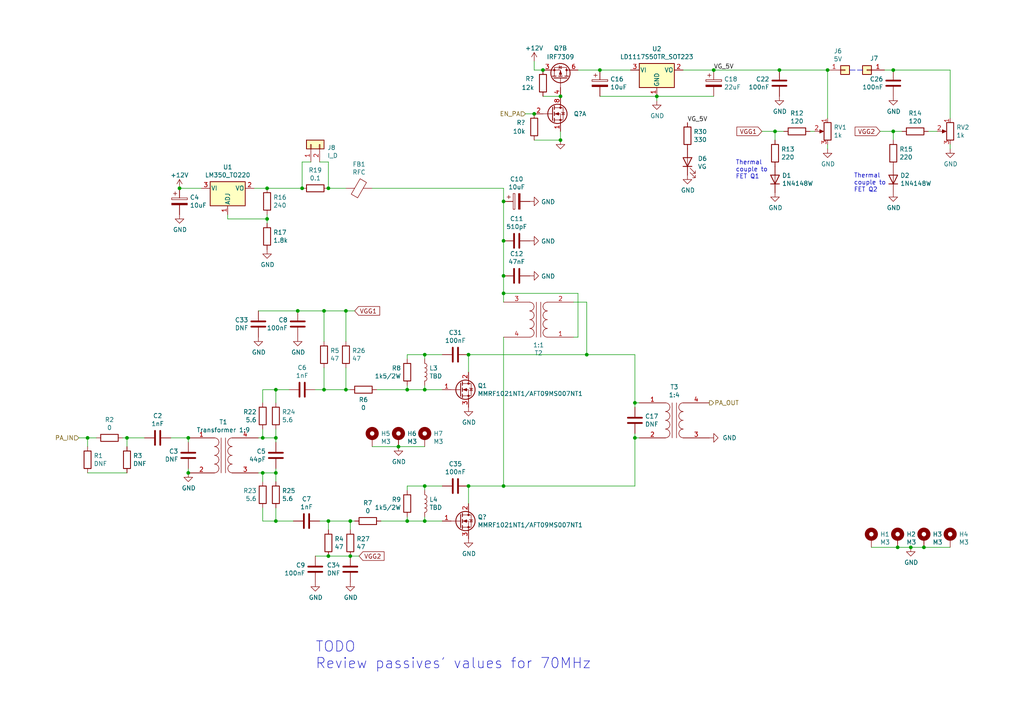
<source format=kicad_sch>
(kicad_sch (version 20211123) (generator eeschema)
  (paper "A4")
  (title_block (title "DART-70 TRX") (date "2023-01-22") (rev "0") (company "HB9EGM") (comment 1 "A 4m Band SSB/CW Transceiver"))
  (lib_symbols
    (symbol "AFT09MS007NT1-Pushpull-rescue:CP-Device" (pin_numbers hide) (pin_names (offset 0.254))
      (property "Reference" "C" (at 0.635 2.54 0))
      (property "Value" "CP-Device" (at 0.635 -2.54 0))
      (symbol "CP-Device_0_1"
        (rectangle (start -2.286 0.508) (end 2.286 1.016))
        (polyline (pts (xy -1.778 2.286) (xy -0.762 2.286)))
        (polyline (pts (xy -1.27 2.794) (xy -1.27 1.778)))
        (rectangle (start 2.286 -0.508) (end -2.286 -1.016) (fill (type outline)))
      )
      (symbol "CP-Device_1_1"
        (pin passive line (at 0 3.81 270) (length 2.794) (name "~") (number "1"))
        (pin passive line (at 0 -3.81 90) (length 2.794) (name "~") (number "2"))
      )
    )
    (symbol "AFT09MS007NT1-Pushpull-rescue:Ferrite_Bead-Device" (pin_numbers hide) (pin_names (offset 0))
      (property "Reference" "FB" (at -3.81 0.635 90))
      (property "Value" "Ferrite_Bead-Device" (at 3.81 0 90))
      (symbol "Ferrite_Bead-Device_0_1"
        (polyline (pts (xy 0 -1.27) (xy 0 -1.2192)))
        (polyline (pts (xy 0 1.27) (xy 0 1.2954)))
        (polyline (pts (xy -2.7686 0.4064) (xy -1.7018 2.2606) (xy 2.7686 -0.3048) (xy 1.6764 -2.159) (xy -2.7686 0.4064)))
      )
      (symbol "Ferrite_Bead-Device_1_1"
        (pin passive line (at 0 3.81 270) (length 2.54) (name "~") (number "1"))
        (pin passive line (at 0 -3.81 90) (length 2.54) (name "~") (number "2"))
      )
    )
    (symbol "AFT09MS007NT1-Pushpull-rescue:R_POT-Device" (pin_names (offset 1.016) hide)
      (property "Reference" "RV" (at -4.445 0 90))
      (property "Value" "R_POT-Device" (at -2.54 0 90))
      (symbol "R_POT-Device_0_1"
        (polyline (pts (xy 2.54 0) (xy 1.524 0)))
        (polyline (pts (xy 1.143 0) (xy 2.286 0.508) (xy 2.286 -0.508) (xy 1.143 0)) (fill (type outline)))
        (rectangle (start 1.016 2.54) (end -1.016 -2.54) (stroke (width 0.254)))
      )
      (symbol "R_POT-Device_1_1"
        (pin passive line (at 0 3.81 270) (length 1.27) (name "1") (number "1"))
        (pin passive line (at 3.81 0 180) (length 1.27) (name "2") (number "2"))
        (pin passive line (at 0 -3.81 90) (length 1.27) (name "3") (number "3"))
      )
    )
    (symbol "Connector_Generic:Conn_01x01" (pin_names (offset 1.016) hide)
      (property "Reference" "J" (at 0 2.54 0))
      (property "Value" "Conn_01x01" (at 0 -2.54 0))
      (symbol "Conn_01x01_1_1"
        (rectangle (start -1.27 0.127) (end 0 -0.127) (stroke (width 0.1524)))
        (rectangle (start -1.27 1.27) (end 1.27 -1.27) (stroke (width 0.254)) (fill (type background)))
        (pin passive line (at -5.08 0 0) (length 3.81) (name "Pin_1") (number "1"))
      )
    )
    (symbol "Connector_Generic:Conn_01x02" (pin_names (offset 1.016) hide)
      (property "Reference" "J" (at 0 2.54 0))
      (property "Value" "Conn_01x02" (at 0 -5.08 0))
      (symbol "Conn_01x02_1_1"
        (rectangle (start -1.27 -2.413) (end 0 -2.667) (stroke (width 0.1524)))
        (rectangle (start -1.27 0.127) (end 0 -0.127) (stroke (width 0.1524)))
        (rectangle (start -1.27 1.27) (end 1.27 -3.81) (stroke (width 0.254)) (fill (type background)))
        (pin passive line (at -5.08 0 0) (length 3.81) (name "Pin_1") (number "1"))
        (pin passive line (at -5.08 -2.54 0) (length 3.81) (name "Pin_2") (number "2"))
      )
    )
    (symbol "Device:C" (pin_numbers hide) (pin_names (offset 0.254))
      (property "Reference" "C" (at 0.635 2.54 0))
      (property "Value" "C" (at 0.635 -2.54 0))
      (symbol "C_0_1"
        (polyline (pts (xy -2.032 -0.762) (xy 2.032 -0.762)) (stroke (width 0.508)))
        (polyline (pts (xy -2.032 0.762) (xy 2.032 0.762)) (stroke (width 0.508)))
      )
      (symbol "C_1_1"
        (pin passive line (at 0 3.81 270) (length 2.794) (name "~") (number "1"))
        (pin passive line (at 0 -3.81 90) (length 2.794) (name "~") (number "2"))
      )
    )
    (symbol "Device:L" (pin_numbers hide) (pin_names (offset 1.016) hide)
      (property "Reference" "L" (at -1.27 0 90))
      (property "Value" "L" (at 1.905 0 90))
      (symbol "L_0_1"
        (arc (start 0 -2.54) (mid 0.635 -1.905) (end 0 -1.27))
        (arc (start 0 -1.27) (mid 0.635 -0.635) (end 0 0))
        (arc (start 0 0) (mid 0.635 0.635) (end 0 1.27))
        (arc (start 0 1.27) (mid 0.635 1.905) (end 0 2.54))
      )
      (symbol "L_1_1"
        (pin passive line (at 0 3.81 270) (length 1.27) (name "1") (number "1"))
        (pin passive line (at 0 -3.81 90) (length 1.27) (name "2") (number "2"))
      )
    )
    (symbol "Device:LED" (pin_numbers hide) (pin_names (offset 1.016) hide)
      (property "Reference" "D" (at 0 2.54 0))
      (property "Value" "LED" (at 0 -2.54 0))
      (symbol "LED_0_1"
        (polyline (pts (xy -1.27 -1.27) (xy -1.27 1.27)) (stroke (width 0.254)))
        (polyline (pts (xy -1.27 0) (xy 1.27 0)))
        (polyline (pts (xy 1.27 -1.27) (xy 1.27 1.27) (xy -1.27 0) (xy 1.27 -1.27)) (stroke (width 0.254)))
        (polyline (pts (xy -3.048 -0.762) (xy -4.572 -2.286) (xy -3.81 -2.286) (xy -4.572 -2.286) (xy -4.572 -1.524)))
        (polyline (pts (xy -1.778 -0.762) (xy -3.302 -2.286) (xy -2.54 -2.286) (xy -3.302 -2.286) (xy -3.302 -1.524)))
      )
      (symbol "LED_1_1"
        (pin passive line (at -3.81 0 0) (length 2.54) (name "K") (number "1"))
        (pin passive line (at 3.81 0 180) (length 2.54) (name "A") (number "2"))
      )
    )
    (symbol "Device:Q_NMOS_GDS" (pin_names (offset 0) hide)
      (property "Reference" "Q" (at 5.08 1.27 0))
      (property "Value" "Q_NMOS_GDS" (at 5.08 -1.27 0))
      (symbol "Q_NMOS_GDS_0_1"
        (polyline (pts (xy 0.254 0) (xy -2.54 0)))
        (polyline (pts (xy 0.254 1.905) (xy 0.254 -1.905)) (stroke (width 0.254)))
        (polyline (pts (xy 0.762 -1.27) (xy 0.762 -2.286)) (stroke (width 0.254)))
        (polyline (pts (xy 0.762 0.508) (xy 0.762 -0.508)) (stroke (width 0.254)))
        (polyline (pts (xy 0.762 2.286) (xy 0.762 1.27)) (stroke (width 0.254)))
        (polyline (pts (xy 2.54 2.54) (xy 2.54 1.778)))
        (polyline (pts (xy 2.54 -2.54) (xy 2.54 0) (xy 0.762 0)))
        (polyline (pts (xy 0.762 -1.778) (xy 3.302 -1.778) (xy 3.302 1.778) (xy 0.762 1.778)))
        (polyline (pts (xy 1.016 0) (xy 2.032 0.381) (xy 2.032 -0.381) (xy 1.016 0)) (fill (type outline)))
        (polyline (pts (xy 2.794 0.508) (xy 2.921 0.381) (xy 3.683 0.381) (xy 3.81 0.254)))
        (polyline (pts (xy 3.302 0.381) (xy 2.921 -0.254) (xy 3.683 -0.254) (xy 3.302 0.381)))
        (circle (center 1.651 0) (radius 2.794) (stroke (width 0.254)))
        (circle (center 2.54 -1.778) (radius 0.254) (fill (type outline)))
        (circle (center 2.54 1.778) (radius 0.254) (fill (type outline)))
      )
      (symbol "Q_NMOS_GDS_1_1"
        (pin input line (at -5.08 0 0) (length 2.54) (name "G") (number "1"))
        (pin passive line (at 2.54 5.08 270) (length 2.54) (name "D") (number "2"))
        (pin passive line (at 2.54 -5.08 90) (length 2.54) (name "S") (number "3"))
      )
    )
    (symbol "Device:R" (pin_numbers hide) (pin_names (offset 0))
      (property "Reference" "R" (at 2.032 0 90))
      (property "Value" "R" (at 0 0 90))
      (symbol "R_0_1"
        (rectangle (start -1.016 -2.54) (end 1.016 2.54) (stroke (width 0.254)))
      )
      (symbol "R_1_1"
        (pin passive line (at 0 3.81 270) (length 1.27) (name "~") (number "1"))
        (pin passive line (at 0 -3.81 90) (length 1.27) (name "~") (number "2"))
      )
    )
    (symbol "Device:Transformer_1P_1S" (pin_names (offset 1.016) hide)
      (property "Reference" "T" (at 0 6.35 0))
      (property "Value" "Transformer_1P_1S" (at 0 -7.62 0))
      (symbol "Transformer_1P_1S_0_1"
        (arc (start -2.54 -5.0546) (mid -1.6599 -4.6901) (end -1.27 -3.81))
        (arc (start -2.54 -2.5146) (mid -1.6599 -2.1501) (end -1.27 -1.27))
        (arc (start -2.54 0.0254) (mid -1.6599 0.3899) (end -1.27 1.27))
        (arc (start -2.54 2.5654) (mid -1.6599 2.9299) (end -1.27 3.81))
        (arc (start -1.27 -3.81) (mid -1.642 -2.912) (end -2.54 -2.54))
        (arc (start -1.27 -1.27) (mid -1.642 -0.372) (end -2.54 0))
        (arc (start -1.27 1.27) (mid -1.642 2.168) (end -2.54 2.54))
        (arc (start -1.27 3.81) (mid -1.642 4.708) (end -2.54 5.08))
        (polyline (pts (xy -0.635 5.08) (xy -0.635 -5.08)))
        (polyline (pts (xy 0.635 -5.08) (xy 0.635 5.08)))
        (arc (start 1.2954 -1.27) (mid 1.6599 -2.1501) (end 2.54 -2.5146))
        (arc (start 1.2954 1.27) (mid 1.6599 0.3899) (end 2.54 0.0254))
        (arc (start 1.2954 3.81) (mid 1.6599 2.9299) (end 2.54 2.5654))
        (arc (start 1.3208 -3.81) (mid 1.6853 -4.6901) (end 2.5654 -5.0546))
        (arc (start 2.54 0) (mid 1.642 -0.372) (end 1.2954 -1.27))
        (arc (start 2.54 2.54) (mid 1.642 2.168) (end 1.2954 1.27))
        (arc (start 2.54 5.08) (mid 1.642 4.708) (end 1.2954 3.81))
        (arc (start 2.5654 -2.54) (mid 1.6674 -2.912) (end 1.3208 -3.81))
      )
      (symbol "Transformer_1P_1S_1_1"
        (pin passive line (at -10.16 5.08 0) (length 7.62) (name "AA") (number "1"))
        (pin passive line (at -10.16 -5.08 0) (length 7.62) (name "AB") (number "2"))
        (pin passive line (at 10.16 -5.08 180) (length 7.62) (name "SA") (number "3"))
        (pin passive line (at 10.16 5.08 180) (length 7.62) (name "SB") (number "4"))
      )
    )
    (symbol "Diode:1N4148W" (pin_numbers hide) (pin_names hide)
      (property "Reference" "D" (at 0 2.54 0))
      (property "Value" "1N4148W" (at 0 -2.54 0))
      (symbol "1N4148W_0_1"
        (polyline (pts (xy -1.27 1.27) (xy -1.27 -1.27)) (stroke (width 0.254)))
        (polyline (pts (xy 1.27 0) (xy -1.27 0)))
        (polyline (pts (xy 1.27 1.27) (xy 1.27 -1.27) (xy -1.27 0) (xy 1.27 1.27)) (stroke (width 0.254)))
      )
      (symbol "1N4148W_1_1"
        (pin passive line (at -3.81 0 0) (length 2.54) (name "K") (number "1"))
        (pin passive line (at 3.81 0 180) (length 2.54) (name "A") (number "2"))
      )
    )
    (symbol "Mechanical:MountingHole_Pad" (pin_numbers hide) (pin_names (offset 1.016) hide)
      (property "Reference" "H" (at 0 6.35 0))
      (property "Value" "MountingHole_Pad" (at 0 4.445 0))
      (symbol "MountingHole_Pad_0_1"
        (circle (center 0 1.27) (radius 1.27) (stroke (width 1.27)))
      )
      (symbol "MountingHole_Pad_1_1"
        (pin input line (at 0 -2.54 90) (length 2.54) (name "1") (number "1"))
      )
    )
    (symbol "Regulator_Linear:LD1117S50TR_SOT223" (pin_names (offset 0.254))
      (property "Reference" "U" (at -3.81 3.175 0))
      (property "Value" "LD1117S50TR_SOT223" (at 0 3.175 0))
      (symbol "LD1117S50TR_SOT223_0_1"
        (rectangle (start -5.08 -5.08) (end 5.08 1.905) (stroke (width 0.254)) (fill (type background)))
      )
      (symbol "LD1117S50TR_SOT223_1_1"
        (pin power_in line (at 0 -7.62 90) (length 2.54) (name "GND") (number "1"))
        (pin power_out line (at 7.62 0 180) (length 2.54) (name "VO") (number "2"))
        (pin power_in line (at -7.62 0 0) (length 2.54) (name "VI") (number "3"))
      )
    )
    (symbol "Regulator_Linear:LM350_TO220" (pin_names (offset 0.254))
      (property "Reference" "U" (at -3.81 3.175 0))
      (property "Value" "LM350_TO220" (at 0 3.175 0))
      (symbol "LM350_TO220_0_1"
        (rectangle (start -5.08 1.905) (end 5.08 -5.08) (stroke (width 0.254)) (fill (type background)))
      )
      (symbol "LM350_TO220_1_1"
        (pin input line (at 0 -7.62 90) (length 2.54) (name "ADJ") (number "1"))
        (pin power_out line (at 7.62 0 180) (length 2.54) (name "VO") (number "2"))
        (pin power_in line (at -7.62 0 0) (length 2.54) (name "VI") (number "3"))
      )
    )
    (symbol "Transistor_FET:IRF7309IPBF" (pin_names hide)
      (property "Reference" "Q" (at 5.08 1.905 0))
      (property "Value" "IRF7309IPBF" (at 5.08 0 0))
      (symbol "IRF7309IPBF_0_1"
        (polyline (pts (xy 0.254 0) (xy -2.54 0)))
        (polyline (pts (xy 0.254 1.905) (xy 0.254 -1.905)) (stroke (width 0.254)))
        (polyline (pts (xy 0.762 -1.27) (xy 0.762 -2.286)) (stroke (width 0.254)))
        (polyline (pts (xy 0.762 0.508) (xy 0.762 -0.508)) (stroke (width 0.254)))
        (polyline (pts (xy 0.762 2.286) (xy 0.762 1.27)) (stroke (width 0.254)))
        (polyline (pts (xy 2.54 2.54) (xy 2.54 1.778)))
        (polyline (pts (xy 2.54 -2.54) (xy 2.54 0) (xy 0.762 0)))
        (polyline (pts (xy 0.762 -1.778) (xy 3.302 -1.778) (xy 3.302 1.778) (xy 0.762 1.778)))
        (circle (center 1.651 0) (radius 2.794) (stroke (width 0.254)))
        (circle (center 2.54 -1.778) (radius 0.254) (fill (type outline)))
        (circle (center 2.54 1.778) (radius 0.254) (fill (type outline)))
      )
      (symbol "IRF7309IPBF_1_1"
        (polyline (pts (xy 1.016 0) (xy 2.032 0.381) (xy 2.032 -0.381) (xy 1.016 0)) (fill (type outline)))
        (polyline (pts (xy 2.794 0.508) (xy 2.921 0.381) (xy 3.683 0.381) (xy 3.81 0.254)))
        (polyline (pts (xy 3.302 0.381) (xy 2.921 -0.254) (xy 3.683 -0.254) (xy 3.302 0.381)))
        (pin passive line (at 2.54 -5.08 90) (length 2.54) (name "S") (number "1"))
        (pin input line (at -5.08 0 0) (length 2.54) (name "G") (number "2"))
        (pin passive line (at 2.54 5.08 270) (length 2.54) hide (name "D") (number "7"))
        (pin passive line (at 2.54 5.08 270) (length 2.54) (name "D") (number "8"))
      )
      (symbol "IRF7309IPBF_2_1"
        (polyline (pts (xy 2.286 0) (xy 1.27 0.381) (xy 1.27 -0.381) (xy 2.286 0)) (fill (type outline)))
        (polyline (pts (xy 2.794 -0.508) (xy 2.921 -0.381) (xy 3.683 -0.381) (xy 3.81 -0.254)))
        (polyline (pts (xy 3.302 -0.381) (xy 2.921 0.254) (xy 3.683 0.254) (xy 3.302 -0.381)))
        (pin passive line (at 2.54 -5.08 90) (length 2.54) (name "1") (number "3"))
        (pin input line (at -5.08 0 0) (length 2.54) (name "G") (number "4"))
        (pin passive line (at 2.54 5.08 270) (length 2.54) hide (name "D") (number "5"))
        (pin passive line (at 2.54 5.08 270) (length 2.54) (name "D") (number "6"))
      )
    )
    (symbol "power:+12V" (power) (pin_names (offset 0))
      (property "Value" "+12V" (at 0 3.556 0))
      (symbol "+12V_0_1"
        (polyline (pts (xy -0.762 1.27) (xy 0 2.54)))
        (polyline (pts (xy 0 0) (xy 0 2.54)))
        (polyline (pts (xy 0 2.54) (xy 0.762 1.27)))
      )
      (symbol "+12V_1_1"
        (pin power_in line (at 0 0 90) (length 0) hide (name "+12V") (number "1"))
      )
    )
    (symbol "power:GND" (power) (pin_names (offset 0))
      (property "Value" "GND" (at 0 -3.81 0))
      (symbol "GND_0_1"
        (polyline (pts (xy 0 0) (xy 0 -1.27) (xy 1.27 -1.27) (xy 0 -2.54) (xy -1.27 -1.27) (xy 0 -1.27)))
      )
      (symbol "GND_1_1"
        (pin power_in line (at 0 0 270) (length 0) hide (name "GND") (number "1"))
      )
    )
    (symbol "power:GNDA" (power) (pin_names (offset 0))
      (property "Value" "GNDA" (at 0 -3.81 0))
      (symbol "GNDA_0_1"
        (polyline (pts (xy 0 0) (xy 0 -1.27) (xy 1.27 -1.27) (xy 0 -2.54) (xy -1.27 -1.27) (xy 0 -1.27)))
      )
      (symbol "GNDA_1_1"
        (pin power_in line (at 0 0 270) (length 0) hide (name "GNDA") (number "1"))
      )
    )
  )
  (junction (at 259.08 20.32))
  (junction (at 100.33 113.03))
  (junction (at 118.11 113.03))
  (junction (at 146.05 140.97))
  (junction (at 87.63 54.61))
  (junction (at 260.35 158.75))
  (junction (at 184.15 116.84))
  (junction (at 154.94 33.02))
  (junction (at 93.98 90.17))
  (junction (at 146.05 58.42))
  (junction (at 162.56 40.64))
  (junction (at 86.36 90.17))
  (junction (at 190.5 27.94))
  (junction (at 264.16 158.75))
  (junction (at 115.57 129.54))
  (junction (at 36.83 127))
  (junction (at 100.33 90.17))
  (junction (at 146.05 80.01))
  (junction (at 259.08 38.1))
  (junction (at 240.03 20.32))
  (junction (at 170.18 102.87))
  (junction (at 135.89 140.97))
  (junction (at 184.15 127))
  (junction (at 80.01 113.03))
  (junction (at 54.61 137.16))
  (junction (at 52.07 54.61))
  (junction (at 123.19 102.87))
  (junction (at 123.19 151.13))
  (junction (at 118.11 151.13))
  (junction (at 224.79 38.1))
  (junction (at 80.01 137.16))
  (junction (at 95.25 54.61))
  (junction (at 95.25 151.13))
  (junction (at 267.97 158.75))
  (junction (at 76.2 137.16))
  (junction (at 135.89 102.87))
  (junction (at 146.05 69.85))
  (junction (at 80.01 151.13))
  (junction (at 93.98 113.03))
  (junction (at 77.47 63.5))
  (junction (at 123.19 113.03))
  (junction (at 95.25 161.29))
  (junction (at 157.48 20.32))
  (junction (at 54.61 127))
  (junction (at 207.01 20.32))
  (junction (at 146.05 85.09))
  (junction (at 101.6 161.29))
  (junction (at 173.99 20.32))
  (junction (at 25.4 127))
  (junction (at 77.47 54.61))
  (junction (at 226.06 20.32))
  (junction (at 80.01 127))
  (junction (at 162.56 27.94))
  (junction (at 101.6 151.13))
  (junction (at 123.19 140.97))
  (junction (at 76.2 127))
  (wire (pts (xy 100.33 99.06) (xy 100.33 90.17)))
  (wire (pts (xy 93.98 113.03) (xy 93.98 106.68)))
  (wire (pts (xy 166.37 87.63) (xy 170.18 87.63)))
  (wire (pts (xy 80.01 124.46) (xy 80.01 127)))
  (wire (pts (xy 76.2 139.7) (xy 76.2 137.16)))
  (wire (pts (xy 101.6 151.13) (xy 95.25 151.13)))
  (wire (pts (xy 76.2 137.16) (xy 74.93 137.16)))
  (wire (pts (xy 80.01 139.7) (xy 80.01 137.16)))
  (wire (pts (xy 146.05 97.79) (xy 146.05 140.97)))
  (wire (pts (xy 123.19 140.97) (xy 118.11 140.97)))
  (wire (pts (xy 83.82 113.03) (xy 80.01 113.03)))
  (wire (pts (xy 259.08 38.1) (xy 261.62 38.1)))
  (wire (pts (xy 198.12 20.32) (xy 207.01 20.32)))
  (wire (pts (xy 135.89 140.97) (xy 146.05 140.97)))
  (wire (pts (xy 100.33 113.03) (xy 101.6 113.03)))
  (wire (pts (xy 146.05 54.61) (xy 146.05 58.42)))
  (wire (pts (xy 152.4 33.02) (xy 154.94 33.02)))
  (wire (pts (xy 275.59 34.29) (xy 275.59 20.32)))
  (wire (pts (xy 184.15 125.73) (xy 184.15 127)))
  (wire (pts (xy 123.19 113.03) (xy 128.27 113.03)))
  (wire (pts (xy 95.25 161.29) (xy 101.6 161.29)))
  (wire (pts (xy 101.6 161.29) (xy 104.14 161.29)))
  (wire (pts (xy 260.35 158.75) (xy 264.16 158.75)))
  (wire (pts (xy 93.98 99.06) (xy 93.98 90.17)))
  (wire (pts (xy 184.15 116.84) (xy 184.15 118.11)))
  (wire (pts (xy 157.48 27.94) (xy 162.56 27.94)))
  (wire (pts (xy 92.71 46.99) (xy 95.25 46.99)))
  (wire (pts (xy 123.19 111.76) (xy 123.19 113.03)))
  (wire (pts (xy 173.99 20.32) (xy 167.64 20.32)))
  (wire (pts (xy 118.11 111.76) (xy 118.11 113.03)))
  (wire (pts (xy 123.19 104.14) (xy 123.19 102.87)))
  (wire (pts (xy 102.87 90.17) (xy 100.33 90.17)))
  (wire (pts (xy 128.27 140.97) (xy 123.19 140.97)))
  (wire (pts (xy 162.56 38.1) (xy 162.56 40.64)))
  (wire (pts (xy 76.2 113.03) (xy 80.01 113.03)))
  (wire (pts (xy 52.07 54.61) (xy 58.42 54.61)))
  (wire (pts (xy 80.01 127) (xy 76.2 127)))
  (wire (pts (xy 22.86 127) (xy 25.4 127)))
  (wire (pts (xy 166.37 97.79) (xy 167.64 97.79)))
  (wire (pts (xy 36.83 129.54) (xy 36.83 127)))
  (wire (pts (xy 25.4 127) (xy 27.94 127)))
  (wire (pts (xy 93.98 90.17) (xy 86.36 90.17)))
  (wire (pts (xy 267.97 158.75) (xy 275.59 158.75)))
  (wire (pts (xy 66.04 63.5) (xy 77.47 63.5)))
  (wire (pts (xy 80.01 135.89) (xy 80.01 137.16)))
  (wire (pts (xy 173.99 27.94) (xy 190.5 27.94)))
  (wire (pts (xy 162.56 40.64) (xy 154.94 40.64)))
  (wire (pts (xy 66.04 63.5) (xy 66.04 62.23)))
  (wire (pts (xy 73.66 54.61) (xy 77.47 54.61)))
  (wire (pts (xy 107.95 54.61) (xy 146.05 54.61)))
  (wire (pts (xy 256.54 20.32) (xy 259.08 20.32)))
  (wire (pts (xy 36.83 137.16) (xy 25.4 137.16)))
  (wire (pts (xy 259.08 40.64) (xy 259.08 38.1)))
  (wire (pts (xy 123.19 151.13) (xy 128.27 151.13)))
  (wire (pts (xy 100.33 90.17) (xy 93.98 90.17)))
  (wire (pts (xy 49.53 127) (xy 54.61 127)))
  (wire (pts (xy 80.01 113.03) (xy 80.01 116.84)))
  (polyline (pts (xy 246.38 20.32) (xy 250.19 20.32)))
  (wire (pts (xy 95.25 54.61) (xy 95.25 46.99)))
  (wire (pts (xy 123.19 142.24) (xy 123.19 140.97)))
  (wire (pts (xy 135.89 107.95) (xy 135.89 102.87)))
  (wire (pts (xy 264.16 158.75) (xy 267.97 158.75)))
  (wire (pts (xy 80.01 137.16) (xy 76.2 137.16)))
  (wire (pts (xy 240.03 34.29) (xy 240.03 20.32)))
  (wire (pts (xy 224.79 40.64) (xy 224.79 38.1)))
  (wire (pts (xy 101.6 153.67) (xy 101.6 151.13)))
  (wire (pts (xy 123.19 102.87) (xy 118.11 102.87)))
  (wire (pts (xy 54.61 135.89) (xy 54.61 137.16)))
  (wire (pts (xy 35.56 127) (xy 36.83 127)))
  (wire (pts (xy 76.2 116.84) (xy 76.2 113.03)))
  (wire (pts (xy 76.2 127) (xy 74.93 127)))
  (wire (pts (xy 95.25 54.61) (xy 100.33 54.61)))
  (wire (pts (xy 207.01 20.32) (xy 226.06 20.32)))
  (wire (pts (xy 91.44 161.29) (xy 95.25 161.29)))
  (wire (pts (xy 115.57 129.54) (xy 123.19 129.54)))
  (wire (pts (xy 109.22 113.03) (xy 118.11 113.03)))
  (wire (pts (xy 275.59 43.18) (xy 275.59 41.91)))
  (wire (pts (xy 76.2 124.46) (xy 76.2 127)))
  (wire (pts (xy 190.5 27.94) (xy 207.01 27.94)))
  (wire (pts (xy 118.11 151.13) (xy 123.19 151.13)))
  (wire (pts (xy 118.11 149.86) (xy 118.11 151.13)))
  (wire (pts (xy 135.89 102.87) (xy 170.18 102.87)))
  (wire (pts (xy 118.11 113.03) (xy 123.19 113.03)))
  (wire (pts (xy 252.73 158.75) (xy 260.35 158.75)))
  (wire (pts (xy 269.24 38.1) (xy 271.78 38.1)))
  (wire (pts (xy 224.79 38.1) (xy 220.98 38.1)))
  (wire (pts (xy 128.27 102.87) (xy 123.19 102.87)))
  (wire (pts (xy 80.01 128.27) (xy 80.01 127)))
  (wire (pts (xy 77.47 64.77) (xy 77.47 63.5)))
  (wire (pts (xy 77.47 63.5) (xy 77.47 62.23)))
  (wire (pts (xy 76.2 151.13) (xy 76.2 147.32)))
  (wire (pts (xy 240.03 43.18) (xy 240.03 41.91)))
  (wire (pts (xy 184.15 127) (xy 185.42 127)))
  (wire (pts (xy 227.33 38.1) (xy 224.79 38.1)))
  (wire (pts (xy 146.05 80.01) (xy 146.05 85.09)))
  (wire (pts (xy 190.5 29.21) (xy 190.5 27.94)))
  (wire (pts (xy 25.4 129.54) (xy 25.4 127)))
  (wire (pts (xy 36.83 127) (xy 41.91 127)))
  (wire (pts (xy 255.27 38.1) (xy 259.08 38.1)))
  (wire (pts (xy 135.89 140.97) (xy 135.89 146.05)))
  (wire (pts (xy 93.98 113.03) (xy 100.33 113.03)))
  (wire (pts (xy 167.64 97.79) (xy 167.64 85.09)))
  (wire (pts (xy 95.25 153.67) (xy 95.25 151.13)))
  (wire (pts (xy 77.47 54.61) (xy 87.63 54.61)))
  (wire (pts (xy 154.94 17.78) (xy 154.94 20.32)))
  (wire (pts (xy 184.15 116.84) (xy 184.15 102.87)))
  (wire (pts (xy 167.64 85.09) (xy 146.05 85.09)))
  (wire (pts (xy 95.25 151.13) (xy 92.71 151.13)))
  (wire (pts (xy 102.87 151.13) (xy 101.6 151.13)))
  (wire (pts (xy 154.94 20.32) (xy 157.48 20.32)))
  (wire (pts (xy 184.15 140.97) (xy 184.15 127)))
  (wire (pts (xy 170.18 87.63) (xy 170.18 102.87)))
  (wire (pts (xy 146.05 140.97) (xy 184.15 140.97)))
  (wire (pts (xy 184.15 102.87) (xy 170.18 102.87)))
  (wire (pts (xy 275.59 20.32) (xy 259.08 20.32)))
  (wire (pts (xy 146.05 85.09) (xy 146.05 87.63)))
  (wire (pts (xy 107.95 129.54) (xy 115.57 129.54)))
  (wire (pts (xy 80.01 151.13) (xy 80.01 147.32)))
  (wire (pts (xy 240.03 20.32) (xy 226.06 20.32)))
  (wire (pts (xy 54.61 128.27) (xy 54.61 127)))
  (wire (pts (xy 234.95 38.1) (xy 236.22 38.1)))
  (wire (pts (xy 118.11 102.87) (xy 118.11 104.14)))
  (wire (pts (xy 146.05 58.42) (xy 146.05 69.85)))
  (wire (pts (xy 118.11 140.97) (xy 118.11 142.24)))
  (wire (pts (xy 110.49 151.13) (xy 118.11 151.13)))
  (wire (pts (xy 173.99 20.32) (xy 182.88 20.32)))
  (wire (pts (xy 185.42 116.84) (xy 184.15 116.84)))
  (wire (pts (xy 100.33 106.68) (xy 100.33 113.03)))
  (wire (pts (xy 146.05 69.85) (xy 146.05 80.01)))
  (wire (pts (xy 90.17 46.99) (xy 87.63 46.99)))
  (wire (pts (xy 85.09 151.13) (xy 80.01 151.13)))
  (wire (pts (xy 80.01 151.13) (xy 76.2 151.13)))
  (wire (pts (xy 123.19 149.86) (xy 123.19 151.13)))
  (wire (pts (xy 87.63 46.99) (xy 87.63 54.61)))
  (wire (pts (xy 91.44 113.03) (xy 93.98 113.03)))
  (wire (pts (xy 74.93 90.17) (xy 86.36 90.17)))
  (text "Thermal\ncouple to\nFET Q2" (at 247.65 55.88 0) (effects (font (size 1.27 1.27)) (justify left bottom)))
  (text "Thermal\ncouple to\nFET Q1" (at 213.36 52.07 0) (effects (font (size 1.27 1.27)) (justify left bottom)))
  (text "TODO\nReview passives' values for 70MHz" (at 91.44 194.31 0) (effects (font (size 3 3)) (justify left bottom)))
  (label "VG_5V" (at 207.01 20.32 0))
  (label "VG_5V" (at 199.39 35.56 0))
  (global_label "VGG2" (shape input) (at 104.14 161.29 0) (property "Intersheet References" "${INTERSHEET_REFS}" (effects hide)))
  (global_label "VGG1" (shape input) (at 102.87 90.17 0) (property "Intersheet References" "${INTERSHEET_REFS}" (effects hide)))
  (global_label "VGG2" (shape input) (at 255.27 38.1 180) (property "Intersheet References" "${INTERSHEET_REFS}" (effects hide)))
  (global_label "VGG1" (shape input) (at 220.98 38.1 180) (property "Intersheet References" "${INTERSHEET_REFS}" (effects hide)))
  (hierarchical_label "EN_PA" (shape input) (at 152.4 33.02 180))
  (hierarchical_label "PA_OUT" (shape output) (at 205.74 116.84 0))
  (hierarchical_label "PA_IN" (shape input) (at 22.86 127 180))
  (symbol (lib_id "Device:R") (at 224.79 44.45 0) (unit 1)
    (property "Reference" "R13" (at 226.568 43.2816 0) (effects (justify left)))
    (property "Value" "220" (at 226.568 45.593 0) (effects (justify left)))
    (property "Footprint" "Resistor_SMD:R_0805_2012Metric" (effects hide))
  )
  (symbol (lib_id "Device:Transformer_1P_1S") (at 195.58 121.92 0) (unit 1)
    (property "Reference" "T3" (at 195.58 112.2426 0))
    (property "Value" "1:4" (at 195.58 114.554 0))
    (property "Footprint" "mmrf1021-pa:four_4mm_pads" (effects hide))
  )
  (symbol (lib_id "Device:C") (at 184.15 121.92 180) (unit 1)
    (property "Reference" "C17" (at 187.071 120.7516 0) (effects (justify right)))
    (property "Value" "DNF" (at 187.071 123.063 0) (effects (justify right)))
    (property "Footprint" "mmrf1021-pa:two_2mm_pads" (effects hide))
  )
  (symbol (lib_id "Device:C") (at 45.72 127 270) (unit 1)
    (property "Reference" "C2" (at 45.72 120.5992 90))
    (property "Value" "1nF" (at 45.72 122.9106 90))
    (property "Footprint" "Capacitor_SMD:C_0805_2012Metric" (effects hide))
    (property "MPN" "VJ0805A102GXXPW1BC" (effects hide))
  )
  (symbol (lib_id "AFT09MS007NT1-Pushpull-rescue:R_POT-Device") (at 240.03 38.1 0) (mirror y) (unit 1)
    (property "Reference" "RV1" (at 241.808 36.9316 0) (effects (justify right)))
    (property "Value" "1k" (at 241.808 39.243 0) (effects (justify right)))
    (property "Footprint" "Potentiometer_SMD:Potentiometer_Bourns_3214W_Vertical" (effects hide))
    (property "MPN" "Bourns 3214W-1-102E" (effects hide))
  )
  (symbol (lib_id "Device:C") (at 226.06 24.13 180) (unit 1)
    (property "Reference" "C22" (at 223.1644 22.9616 0) (effects (justify left)))
    (property "Value" "100nF" (at 223.1644 25.273 0) (effects (justify left)))
    (property "Footprint" "Capacitor_SMD:C_0805_2012Metric" (effects hide))
    (property "MPN" "GRM188R71H104KA93D" (effects hide))
  )
  (symbol (lib_id "power:GND") (at 226.06 27.94 0) (unit 1)
    (property "Reference" "#PWR023" (effects hide))
    (property "Value" "GND" (at 226.187 32.3342 0))
  )
  (symbol (lib_id "Mechanical:MountingHole_Pad") (at 252.73 156.21 0) (unit 1)
    (property "Reference" "H1" (at 255.27 154.9654 0) (effects (justify left)))
    (property "Value" "M3" (at 255.27 157.2768 0) (effects (justify left)))
    (property "Footprint" "MountingHole:MountingHole_3.2mm_M3_DIN965_Pad" (effects hide))
  )
  (symbol (lib_id "Mechanical:MountingHole_Pad") (at 260.35 156.21 0) (unit 1)
    (property "Reference" "H2" (at 262.89 154.9654 0) (effects (justify left)))
    (property "Value" "M3" (at 262.89 157.2768 0) (effects (justify left)))
    (property "Footprint" "MountingHole:MountingHole_3.2mm_M3_DIN965_Pad" (effects hide))
  )
  (symbol (lib_id "Mechanical:MountingHole_Pad") (at 267.97 156.21 0) (unit 1)
    (property "Reference" "H3" (at 270.51 154.9654 0) (effects (justify left)))
    (property "Value" "M3" (at 270.51 157.2768 0) (effects (justify left)))
    (property "Footprint" "MountingHole:MountingHole_3.2mm_M3_DIN965_Pad" (effects hide))
  )
  (symbol (lib_id "Mechanical:MountingHole_Pad") (at 275.59 156.21 0) (unit 1)
    (property "Reference" "H4" (at 278.13 154.9654 0) (effects (justify left)))
    (property "Value" "M3" (at 278.13 157.2768 0) (effects (justify left)))
    (property "Footprint" "MountingHole:MountingHole_3.2mm_M3_DIN965_Pad" (effects hide))
  )
  (symbol (lib_id "power:GND") (at 264.16 158.75 0) (unit 1)
    (property "Reference" "#PWR08" (effects hide))
    (property "Value" "GND" (at 264.287 163.1442 0))
  )
  (symbol (lib_id "Diode:1N4148W") (at 224.79 52.07 90) (unit 1)
    (property "Reference" "D1" (at 226.822 50.9016 90) (effects (justify right)))
    (property "Value" "1N4148W" (at 226.822 53.213 90) (effects (justify right)))
    (property "Footprint" "Diode_SMD:D_SOD-123F" (effects hide))
  )
  (symbol (lib_id "power:GND") (at 224.79 55.88 0) (unit 1)
    (property "Reference" "#PWR024" (effects hide))
    (property "Value" "GND" (at 224.917 60.2742 0))
  )
  (symbol (lib_id "Mechanical:MountingHole_Pad") (at 123.19 127 0) (unit 1)
    (property "Reference" "H7" (at 125.73 125.7554 0) (effects (justify left)))
    (property "Value" "M3" (at 125.73 128.0668 0) (effects (justify left)))
    (property "Footprint" "MountingHole:MountingHole_3.2mm_M3_DIN965_Pad" (effects hide))
  )
  (symbol (lib_id "Device:R") (at 100.33 102.87 0) (unit 1)
    (property "Reference" "R26" (at 102.108 101.7016 0) (effects (justify left)))
    (property "Value" "47" (at 102.108 104.013 0) (effects (justify left)))
    (property "Footprint" "Resistor_SMD:R_0805_2012Metric" (effects hide))
  )
  (symbol (lib_id "Device:R") (at 101.6 157.48 0) (unit 1)
    (property "Reference" "R27" (at 103.378 156.3116 0) (effects (justify left)))
    (property "Value" "47" (at 103.378 158.623 0) (effects (justify left)))
    (property "Footprint" "Resistor_SMD:R_0805_2012Metric" (effects hide))
  )
  (symbol (lib_id "Device:R") (at 80.01 143.51 0) (unit 1)
    (property "Reference" "R25" (at 81.788 142.3416 0) (effects (justify left)))
    (property "Value" "5.6" (at 81.788 144.653 0) (effects (justify left)))
    (property "Footprint" "Resistor_SMD:R_0805_2012Metric" (effects hide))
  )
  (symbol (lib_id "Device:R") (at 76.2 143.51 0) (unit 1)
    (property "Reference" "R23" (at 74.4474 142.3416 0) (effects (justify right)))
    (property "Value" "5.6" (at 74.4474 144.653 0) (effects (justify right)))
    (property "Footprint" "Resistor_SMD:R_0805_2012Metric" (effects hide))
  )
  (symbol (lib_id "Device:Transformer_1P_1S") (at 64.77 132.08 0) (unit 1)
    (property "Reference" "T1" (at 64.77 122.4026 0))
    (property "Value" "Transformer 1:9" (at 64.77 124.714 0))
    (property "Footprint" "mmrf1021-pa:four_4mm_pads_narrow" (effects hide))
  )
  (symbol (lib_id "power:GND") (at 54.61 137.16 0) (unit 1)
    (property "Reference" "#PWR03" (effects hide))
    (property "Value" "GND" (at 54.737 141.5542 0))
  )
  (symbol (lib_id "Device:C") (at 54.61 132.08 180) (unit 1)
    (property "Reference" "C3" (at 51.7144 130.9116 0) (effects (justify left)))
    (property "Value" "DNF" (at 51.7144 133.223 0) (effects (justify left)))
    (property "Footprint" "Capacitor_SMD:C_0805_2012Metric" (effects hide))
  )
  (symbol (lib_id "Device:R") (at 80.01 120.65 0) (unit 1)
    (property "Reference" "R24" (at 81.788 119.4816 0) (effects (justify left)))
    (property "Value" "5.6" (at 81.788 121.793 0) (effects (justify left)))
    (property "Footprint" "Resistor_SMD:R_0805_2012Metric" (effects hide))
  )
  (symbol (lib_id "Device:R") (at 76.2 120.65 0) (unit 1)
    (property "Reference" "R22" (at 74.4474 119.4816 0) (effects (justify right)))
    (property "Value" "5.6" (at 74.4474 121.793 0) (effects (justify right)))
    (property "Footprint" "Resistor_SMD:R_0805_2012Metric" (effects hide))
  )
  (symbol (lib_id "Device:C") (at 80.01 132.08 180) (unit 1)
    (property "Reference" "C5" (at 77.1144 130.9116 0) (effects (justify left)))
    (property "Value" "44pF" (at 77.1144 133.223 0) (effects (justify left)))
    (property "Footprint" "Capacitor_SMD:C_0805_2012Metric" (effects hide))
  )
  (symbol (lib_id "Device:C") (at 87.63 113.03 90) (unit 1)
    (property "Reference" "C6" (at 87.63 106.6292 90))
    (property "Value" "1nF" (at 87.63 108.9406 90))
    (property "Footprint" "Capacitor_SMD:C_0805_2012Metric" (effects hide))
    (property "MPN" "VJ0805A102GXXPW1BC" (effects hide))
  )
  (symbol (lib_id "Device:C") (at 88.9 151.13 90) (unit 1)
    (property "Reference" "C7" (at 88.9 144.7292 90))
    (property "Value" "1nF" (at 88.9 147.0406 90))
    (property "Footprint" "Capacitor_SMD:C_0805_2012Metric" (effects hide))
    (property "MPN" "VJ0805A102GXXPW1BC" (effects hide))
  )
  (symbol (lib_id "Device:R") (at 93.98 102.87 0) (unit 1)
    (property "Reference" "R5" (at 95.758 101.7016 0) (effects (justify left)))
    (property "Value" "47" (at 95.758 104.013 0) (effects (justify left)))
    (property "Footprint" "Resistor_SMD:R_0805_2012Metric" (effects hide))
  )
  (symbol (lib_id "Device:C") (at 86.36 93.98 180) (unit 1)
    (property "Reference" "C8" (at 83.4644 92.8116 0) (effects (justify left)))
    (property "Value" "100nF" (at 83.4644 95.123 0) (effects (justify left)))
    (property "Footprint" "Capacitor_SMD:C_0805_2012Metric" (effects hide))
    (property "MPN" "GRM188R71H104KA93D" (effects hide))
  )
  (symbol (lib_id "power:GND") (at 86.36 97.79 0) (unit 1)
    (property "Reference" "#PWR06" (effects hide))
    (property "Value" "GND" (at 86.487 102.1842 0))
  )
  (symbol (lib_id "Device:R") (at 95.25 157.48 0) (unit 1)
    (property "Reference" "R4" (at 97.028 156.3116 0) (effects (justify left)))
    (property "Value" "47" (at 97.028 158.623 0) (effects (justify left)))
    (property "Footprint" "Resistor_SMD:R_0805_2012Metric" (effects hide))
  )
  (symbol (lib_id "power:GND") (at 91.44 168.91 0) (unit 1)
    (property "Reference" "#PWR07" (effects hide))
    (property "Value" "GND" (at 91.567 173.3042 0))
  )
  (symbol (lib_id "Device:R") (at 106.68 151.13 270) (unit 1)
    (property "Reference" "R7" (at 106.68 145.8722 90))
    (property "Value" "0" (at 106.68 148.1836 90))
    (property "Footprint" "Resistor_SMD:R_0805_2012Metric" (effects hide))
  )
  (symbol (lib_id "Device:R") (at 105.41 113.03 270) (unit 1)
    (property "Reference" "R6" (at 105.41 115.951 90))
    (property "Value" "0" (at 105.41 118.2624 90))
    (property "Footprint" "Resistor_SMD:R_0805_2012Metric" (effects hide))
  )
  (symbol (lib_id "Device:R") (at 118.11 146.05 0) (unit 1)
    (property "Reference" "R9" (at 116.332 144.8816 0) (effects (justify right)))
    (property "Value" "1k5/2W" (at 116.332 147.193 0) (effects (justify right)))
    (property "Footprint" "Resistor_SMD:R_0805_2012Metric" (effects hide))
  )
  (symbol (lib_id "Device:L") (at 123.19 146.05 0) (unit 1)
    (property "Reference" "L4" (at 124.5108 144.8816 0) (effects (justify left)))
    (property "Value" "TBD" (at 124.5108 147.193 0) (effects (justify left)))
    (property "Footprint" "Inductor_SMD:L_1008_2520Metric" (effects hide))
    (property "MPN" "LQW2UASR47F00L" (effects hide))
  )
  (symbol (lib_id "power:GND") (at 101.6 168.91 0) (unit 1)
    (property "Reference" "#PWR0101" (effects hide))
    (property "Value" "GND" (at 101.727 173.3042 0))
  )
  (symbol (lib_id "Device:C") (at 101.6 165.1 180) (unit 1)
    (property "Reference" "C34" (at 98.7044 163.9316 0) (effects (justify left)))
    (property "Value" "DNF" (at 98.7044 166.243 0) (effects (justify left)))
    (property "Footprint" "Capacitor_SMD:C_0805_2012Metric" (effects hide))
  )
  (symbol (lib_id "power:GND") (at 135.89 156.21 0) (unit 1)
    (property "Reference" "#PWR012" (effects hide))
    (property "Value" "GND" (at 136.017 160.6042 0))
  )
  (symbol (lib_id "Device:Transformer_1P_1S") (at 156.21 92.71 180) (unit 1)
    (property "Reference" "T2" (at 156.21 102.3874 0))
    (property "Value" "1:1" (at 156.21 100.076 0))
    (property "Footprint" "mmrf1021-pa:four_4mm_pads_narrow" (effects hide))
  )
  (symbol (lib_id "Device:C") (at 74.93 93.98 180) (unit 1)
    (property "Reference" "C33" (at 72.0344 92.8116 0) (effects (justify left)))
    (property "Value" "DNF" (at 72.0344 95.123 0) (effects (justify left)))
    (property "Footprint" "Capacitor_SMD:C_0805_2012Metric" (effects hide))
  )
  (symbol (lib_id "Device:Q_NMOS_GDS") (at 133.35 113.03 0) (unit 1)
    (property "Reference" "Q1" (at 138.5316 111.8616 0) (effects (justify left)))
    (property "Value" "MMRF1021NT1/AFT09MS007NT1" (at 138.5316 114.173 0) (effects (justify left)))
    (property "Footprint" "mmrf1021-pa:PLD-1.5W" (effects hide))
  )
  (symbol (lib_id "Mechanical:MountingHole_Pad") (at 107.95 127 0) (unit 1)
    (property "Reference" "H5" (at 110.49 125.7554 0) (effects (justify left)))
    (property "Value" "M3" (at 110.49 128.0668 0) (effects (justify left)))
    (property "Footprint" "MountingHole:MountingHole_3.2mm_M3_DIN965_Pad" (effects hide))
  )
  (symbol (lib_id "Mechanical:MountingHole_Pad") (at 115.57 127 0) (unit 1)
    (property "Reference" "H6" (at 118.11 125.7554 0) (effects (justify left)))
    (property "Value" "M3" (at 118.11 128.0668 0) (effects (justify left)))
    (property "Footprint" "MountingHole:MountingHole_3.2mm_M3_DIN965_Pad" (effects hide))
  )
  (symbol (lib_id "power:GND") (at 115.57 129.54 0) (unit 1)
    (property "Reference" "#PWR09" (effects hide))
    (property "Value" "GND" (at 115.697 133.9342 0))
  )
  (symbol (lib_id "Device:R") (at 118.11 107.95 0) (unit 1)
    (property "Reference" "R8" (at 116.332 106.7816 0) (effects (justify right)))
    (property "Value" "1k5/2W" (at 116.332 109.093 0) (effects (justify right)))
    (property "Footprint" "Resistor_SMD:R_0805_2012Metric" (effects hide))
  )
  (symbol (lib_id "Device:L") (at 123.19 107.95 0) (unit 1)
    (property "Reference" "L3" (at 124.5108 106.7816 0) (effects (justify left)))
    (property "Value" "TBD" (at 124.5108 109.093 0) (effects (justify left)))
    (property "Footprint" "Inductor_SMD:L_1008_2520Metric" (effects hide))
    (property "MPN" "LQW2UASR47F00L" (effects hide))
  )
  (symbol (lib_id "power:GND") (at 135.89 118.11 0) (unit 1)
    (property "Reference" "#PWR011" (effects hide))
    (property "Value" "GND" (at 136.017 122.5042 0))
  )
  (symbol (lib_id "power:GND") (at 74.93 97.79 0) (unit 1)
    (property "Reference" "#PWR0102" (effects hide))
    (property "Value" "GND" (at 75.057 102.1842 0))
  )
  (symbol (lib_id "Device:C") (at 149.86 80.01 270) (mirror x) (unit 1)
    (property "Reference" "C12" (at 149.86 73.6092 90))
    (property "Value" "47nF" (at 149.86 75.9206 90))
    (property "Footprint" "Capacitor_SMD:C_0805_2012Metric" (effects hide))
  )
  (symbol (lib_id "Device:C") (at 149.86 69.85 270) (mirror x) (unit 1)
    (property "Reference" "C11" (at 149.86 63.4492 90))
    (property "Value" "510pF" (at 149.86 65.7606 90))
    (property "Footprint" "Capacitor_SMD:C_0805_2012Metric" (effects hide))
  )
  (symbol (lib_id "power:GND") (at 153.67 80.01 90) (mirror x) (unit 1)
    (property "Reference" "#PWR015" (effects hide))
    (property "Value" "GND" (at 156.9212 80.137 90) (effects (justify right)))
  )
  (symbol (lib_id "power:GND") (at 153.67 69.85 90) (mirror x) (unit 1)
    (property "Reference" "#PWR014" (effects hide))
    (property "Value" "GND" (at 156.9212 69.977 90) (effects (justify right)))
  )
  (symbol (lib_id "AFT09MS007NT1-Pushpull-rescue:CP-Device") (at 149.86 58.42 90) (mirror x) (unit 1)
    (property "Reference" "C10" (at 149.86 51.943 90))
    (property "Value" "10uF" (at 149.86 54.2544 90))
    (property "Footprint" "Capacitor_SMD:C_1210_3225Metric_Pad1.33x2.70mm_HandSolder" (effects hide))
  )
  (symbol (lib_id "power:GND") (at 153.67 58.42 90) (mirror x) (unit 1)
    (property "Reference" "#PWR013" (effects hide))
    (property "Value" "GND" (at 156.9212 58.547 90) (effects (justify right)))
  )
  (symbol (lib_id "AFT09MS007NT1-Pushpull-rescue:Ferrite_Bead-Device") (at 104.14 54.61 90) (unit 1)
    (property "Reference" "FB1" (at 104.14 47.6504 90))
    (property "Value" "RFC" (at 104.14 49.9618 90))
    (property "Footprint" "mmrf1021-pa:large_inductor" (effects hide))
  )
  (symbol (lib_id "AFT09MS007NT1-Pushpull-rescue:CP-Device") (at 173.99 24.13 0) (unit 1)
    (property "Reference" "C16" (at 176.9872 22.9616 0) (effects (justify left)))
    (property "Value" "10uF" (at 176.9872 25.273 0) (effects (justify left)))
    (property "Footprint" "Capacitor_SMD:C_1210_3225Metric_Pad1.33x2.70mm_HandSolder" (effects hide))
  )
  (symbol (lib_id "AFT09MS007NT1-Pushpull-rescue:CP-Device") (at 207.01 24.13 0) (unit 1)
    (property "Reference" "C18" (at 210.0072 22.9616 0) (effects (justify left)))
    (property "Value" "22uF" (at 210.0072 25.273 0) (effects (justify left)))
    (property "Footprint" "Capacitor_SMD:C_1210_3225Metric_Pad1.33x2.70mm_HandSolder" (effects hide))
  )
  (symbol (lib_id "power:GND") (at 190.5 29.21 0) (unit 1)
    (property "Reference" "#PWR022" (effects hide))
    (property "Value" "GND" (at 190.627 33.6042 0))
  )
  (symbol (lib_id "AFT09MS007NT1-Pushpull-rescue:CP-Device") (at 52.07 58.42 0) (unit 1)
    (property "Reference" "C4" (at 55.0672 57.2516 0) (effects (justify left)))
    (property "Value" "10uF" (at 55.0672 59.563 0) (effects (justify left)))
    (property "Footprint" "Capacitor_SMD:C_1210_3225Metric_Pad1.33x2.70mm_HandSolder" (effects hide))
  )
  (symbol (lib_id "Regulator_Linear:LM350_TO220") (at 66.04 54.61 0) (unit 1)
    (property "Reference" "U1" (at 66.04 48.4632 0))
    (property "Value" "LM350_TO220" (at 66.04 50.7746 0))
    (property "Footprint" "mmrf1021-pa:TO-220-3_Vertical_SMD" (effects hide))
    (property "Datasheet" "https://www.onsemi.com/pub/Collateral/LM350-D.pdf" (effects hide))
  )
  (symbol (lib_id "Device:R") (at 77.47 58.42 180) (unit 1)
    (property "Reference" "R16" (at 79.248 57.2516 0) (effects (justify right)))
    (property "Value" "240" (at 79.248 59.563 0) (effects (justify right)))
    (property "Footprint" "Resistor_SMD:R_0805_2012Metric" (effects hide))
  )
  (symbol (lib_id "Device:R") (at 77.47 68.58 180) (unit 1)
    (property "Reference" "R17" (at 79.248 67.4116 0) (effects (justify right)))
    (property "Value" "1.8k" (at 79.248 69.723 0) (effects (justify right)))
    (property "Footprint" "Resistor_SMD:R_0805_2012Metric" (effects hide))
  )
  (symbol (lib_id "power:GND") (at 77.47 72.39 0) (unit 1)
    (property "Reference" "#PWR021" (effects hide))
    (property "Value" "GND" (at 77.597 76.7842 0))
  )
  (symbol (lib_id "power:GND") (at 240.03 43.18 0) (unit 1)
    (property "Reference" "#PWR026" (effects hide))
    (property "Value" "GND" (at 240.157 47.5742 0))
  )
  (symbol (lib_id "Device:R") (at 231.14 38.1 270) (unit 1)
    (property "Reference" "R12" (at 231.14 32.8422 90))
    (property "Value" "120" (at 231.14 35.1536 90))
    (property "Footprint" "Resistor_SMD:R_0805_2012Metric" (effects hide))
  )
  (symbol (lib_id "Device:R") (at 259.08 44.45 0) (unit 1)
    (property "Reference" "R15" (at 260.858 43.2816 0) (effects (justify left)))
    (property "Value" "220" (at 260.858 45.593 0) (effects (justify left)))
    (property "Footprint" "Resistor_SMD:R_0805_2012Metric" (effects hide))
  )
  (symbol (lib_id "AFT09MS007NT1-Pushpull-rescue:R_POT-Device") (at 275.59 38.1 0) (mirror y) (unit 1)
    (property "Reference" "RV2" (at 277.368 36.9316 0) (effects (justify right)))
    (property "Value" "1k" (at 277.368 39.243 0) (effects (justify right)))
    (property "Footprint" "Potentiometer_SMD:Potentiometer_Bourns_3214W_Vertical" (effects hide))
    (property "MPN" "Bourns 3214W-1-102E" (effects hide))
  )
  (symbol (lib_id "Device:C") (at 259.08 24.13 180) (unit 1)
    (property "Reference" "C26" (at 256.1844 22.9616 0) (effects (justify left)))
    (property "Value" "100nF" (at 256.1844 25.273 0) (effects (justify left)))
    (property "Footprint" "Capacitor_SMD:C_0805_2012Metric" (effects hide))
    (property "MPN" "GRM188R71H104KA93D" (effects hide))
  )
  (symbol (lib_id "power:GND") (at 259.08 27.94 0) (unit 1)
    (property "Reference" "#PWR030" (effects hide))
    (property "Value" "GND" (at 259.207 32.3342 0))
  )
  (symbol (lib_id "Diode:1N4148W") (at 259.08 52.07 90) (unit 1)
    (property "Reference" "D2" (at 261.112 50.9016 90) (effects (justify right)))
    (property "Value" "1N4148W" (at 261.112 53.213 90) (effects (justify right)))
    (property "Footprint" "Diode_SMD:D_SOD-123F" (effects hide))
  )
  (symbol (lib_id "power:GND") (at 259.08 55.88 0) (unit 1)
    (property "Reference" "#PWR031" (effects hide))
    (property "Value" "GND" (at 259.207 60.2742 0))
  )
  (symbol (lib_id "power:GND") (at 275.59 43.18 0) (unit 1)
    (property "Reference" "#PWR033" (effects hide))
    (property "Value" "GND" (at 275.717 47.5742 0))
  )
  (symbol (lib_id "Device:R") (at 265.43 38.1 270) (unit 1)
    (property "Reference" "R14" (at 265.43 32.8422 90))
    (property "Value" "120" (at 265.43 35.1536 90))
    (property "Footprint" "Resistor_SMD:R_0805_2012Metric" (effects hide))
  )
  (symbol (lib_id "Device:C") (at 91.44 165.1 180) (unit 1)
    (property "Reference" "C9" (at 88.5444 163.9316 0) (effects (justify left)))
    (property "Value" "100nF" (at 88.5444 166.243 0) (effects (justify left)))
    (property "Footprint" "Capacitor_SMD:C_0805_2012Metric" (effects hide))
    (property "MPN" "GRM188R71H104KA93D" (effects hide))
  )
  (symbol (lib_id "power:GND") (at 52.07 62.23 0) (unit 1)
    (property "Reference" "#PWR010" (effects hide))
    (property "Value" "GND" (at 52.197 66.6242 0))
  )
  (symbol (lib_id "Device:R") (at 31.75 127 270) (unit 1)
    (property "Reference" "R2" (at 31.75 121.7422 90))
    (property "Value" "0" (at 31.75 124.0536 90))
    (property "Footprint" "Resistor_SMD:R_0805_2012Metric" (effects hide))
  )
  (symbol (lib_id "Device:R") (at 25.4 133.35 180) (unit 1)
    (property "Reference" "R1" (at 27.178 132.1816 0) (effects (justify right)))
    (property "Value" "DNF" (at 27.178 134.493 0) (effects (justify right)))
    (property "Footprint" "Resistor_SMD:R_0805_2012Metric" (effects hide))
  )
  (symbol (lib_id "Device:R") (at 36.83 133.35 180) (unit 1)
    (property "Reference" "R3" (at 38.608 132.1816 0) (effects (justify right)))
    (property "Value" "DNF" (at 38.608 134.493 0) (effects (justify right)))
    (property "Footprint" "Resistor_SMD:R_0805_2012Metric" (effects hide))
  )
  (symbol (lib_id "Device:R") (at 91.44 54.61 90) (unit 1)
    (property "Reference" "R19" (at 91.44 49.3522 90))
    (property "Value" "0.1" (at 91.44 51.6636 90))
    (property "Footprint" "Resistor_SMD:R_1210_3225Metric_Pad1.30x2.65mm_HandSolder" (effects hide))
  )
  (symbol (lib_id "Connector_Generic:Conn_01x01") (at 245.11 20.32 0) (unit 1)
    (property "Reference" "J6" (at 243.0272 14.8082 0))
    (property "Value" "5V" (at 243.0272 17.1196 0))
    (property "Footprint" "TestPoint:TestPoint_Pad_4.0x4.0mm" (effects hide))
  )
  (symbol (lib_id "Connector_Generic:Conn_01x01") (at 251.46 20.32 180) (unit 1)
    (property "Reference" "J7" (at 253.5428 16.9418 0))
    (property "Value" "5V" (effects hide))
    (property "Footprint" "TestPoint:TestPoint_Pad_4.0x4.0mm" (effects hide))
  )
  (symbol (lib_id "Connector_Generic:Conn_01x02") (at 90.17 41.91 90) (unit 1)
    (property "Reference" "J8" (at 94.9452 42.8244 90) (effects (justify right)))
    (property "Value" "I_D" (at 94.9452 45.1358 90) (effects (justify right)))
    (property "Footprint" "mmrf1021-pa:two_2mm_pads" (effects hide))
  )
  (symbol (lib_id "Device:C") (at 132.08 102.87 90) (unit 1)
    (property "Reference" "C31" (at 132.08 96.4692 90))
    (property "Value" "100nF" (at 132.08 98.7806 90))
    (property "Footprint" "Capacitor_SMD:C_0805_2012Metric" (effects hide))
  )
  (symbol (lib_id "Device:C") (at 132.08 140.97 90) (unit 1)
    (property "Reference" "C35" (at 132.08 134.5692 90))
    (property "Value" "100nF" (at 132.08 136.8806 90))
    (property "Footprint" "Capacitor_SMD:C_0805_2012Metric" (effects hide))
  )
  (symbol (lib_id "Regulator_Linear:LD1117S50TR_SOT223") (at 190.5 20.32 0) (unit 1)
    (property "Reference" "U2" (at 190.5 14.1732 0))
    (property "Value" "LD1117S50TR_SOT223" (at 190.5 16.4846 0))
    (property "Footprint" "Package_TO_SOT_SMD:SOT-223-3_TabPin2" (effects hide))
    (property "Datasheet" "http://www.st.com/st-web-ui/static/active/en/resource/technical/document/datasheet/CD00000544.pdf" (effects hide))
  )
  (symbol (lib_id "Device:R") (at 199.39 39.37 180) (unit 1)
    (property "Reference" "R30" (at 201.168 38.2016 0) (effects (justify right)))
    (property "Value" "330" (at 201.168 40.513 0) (effects (justify right)))
    (property "Footprint" "Resistor_SMD:R_0805_2012Metric" (effects hide))
  )
  (symbol (lib_id "Device:LED") (at 199.39 46.99 90) (unit 1)
    (property "Reference" "D6" (at 202.3872 45.9994 90) (effects (justify right)))
    (property "Value" "VG" (at 202.3872 48.3108 90) (effects (justify right)))
    (property "Footprint" "LED_SMD:LED_1206_3216Metric_Pad1.42x1.75mm_HandSolder" (effects hide))
  )
  (symbol (lib_id "power:GND") (at 199.39 50.8 0) (unit 1)
    (property "Reference" "#PWR043" (effects hide))
    (property "Value" "GND" (at 199.517 55.1942 0))
  )
  (symbol (lib_id "Transistor_FET:IRF7309IPBF") (at 160.02 33.02 0) (unit 1)
    (property "Reference" "Q?" (at 166.37 33.0199 0) (effects (justify left)))
    (property "Value" "IRF7309IPBF" (effects hide))
    (property "Footprint" "Package_SO:SOIC-8_3.9x4.9mm_P1.27mm" (effects hide))
    (property "Datasheet" "http://www.irf.com/product-info/datasheets/data/irf7309ipbf.pdf" (effects hide))
  )
  (symbol (lib_id "Device:R") (at 154.94 36.83 180) (unit 1)
    (property "Reference" "R?" (at 152.4 35.5599 0) (effects (justify left)))
    (property "Value" "10k" (at 152.4 38.0999 0) (effects (justify left)))
    (property "Footprint" "Resistor_SMD:R_0603_1608Metric_Pad1.05x0.95mm_HandSolder" (effects hide))
  )
  (symbol (lib_id "Transistor_FET:IRF7309IPBF") (at 162.56 22.86 270) (mirror x) (unit 2)
    (property "Reference" "Q?" (at 162.56 13.97 90))
    (property "Value" "IRF7309" (at 162.56 16.51 90))
    (property "Footprint" "Package_SO:SOIC-8_3.9x4.9mm_P1.27mm" (effects hide))
    (property "Datasheet" "http://www.irf.com/product-info/datasheets/data/irf7309ipbf.pdf" (effects hide))
    (property "MPN" "IRF7309IPBF" (effects hide))
    (property "Need_order" "1" (effects hide))
  )
  (symbol (lib_id "Device:Q_NMOS_GDS") (at 133.35 151.13 0) (unit 1)
    (property "Reference" "Q?" (at 138.5316 149.9616 0) (effects (justify left)))
    (property "Value" "MMRF1021NT1/AFT09MS007NT1" (at 138.5316 152.273 0) (effects (justify left)))
    (property "Footprint" "mpb:PLD-1.5W" (effects hide))
  )
  (symbol (lib_id "power:GNDA") (at 162.56 40.64 0) (unit 1)
    (property "Reference" "#PWR?" (effects hide))
    (property "Value" "GNDA" (effects hide))
  )
  (symbol (lib_id "power:+12V") (at 52.07 54.61 0) (unit 1)
    (property "Reference" "#PWR?" (effects hide))
    (property "Value" "+12V" (at 52.07 50.8 0))
  )
  (symbol (lib_id "power:GND") (at 205.74 127 90) (unit 1)
    (property "Reference" "#PWR?" (effects hide))
    (property "Value" "GND" (at 209.55 126.9999 90) (effects (justify right)))
  )
  (symbol (lib_id "Device:R") (at 157.48 24.13 0) (unit 1)
    (property "Reference" "R?" (at 154.94 22.8599 0) (effects (justify right)))
    (property "Value" "12k" (at 154.94 25.3999 0) (effects (justify right)))
    (property "Footprint" "Resistor_SMD:R_0603_1608Metric_Pad1.05x0.95mm_HandSolder" (effects hide))
  )
  (symbol (lib_id "power:+12V") (at 154.94 17.78 0) (unit 1)
    (property "Reference" "#PWR?" (effects hide))
    (property "Value" "+12V" (at 154.94 13.97 0))
  )
)
</source>
